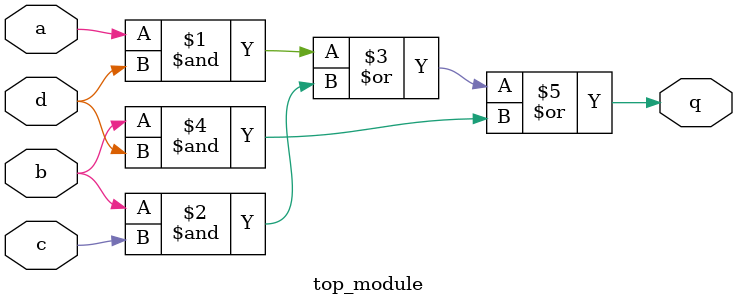
<source format=sv>
module top_module (
    input a,
    input b,
    input c,
    input d,
    output q
);

assign q = (a & d) | (b & c) | (b & d);

endmodule

</source>
